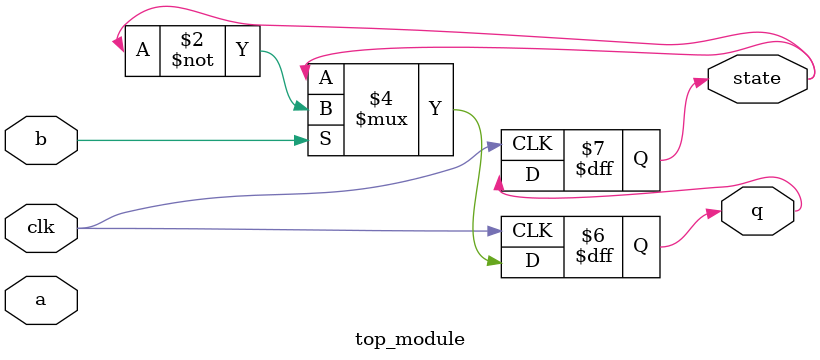
<source format=sv>
module top_module (
    input clk,
    input a,
    input b,
    output reg q,
    output reg state
);

    always @(posedge clk) begin
        if (b) begin
            q <= ~state;
        end else begin
            q <= state;
        end
        state <= q;
    end

endmodule

</source>
